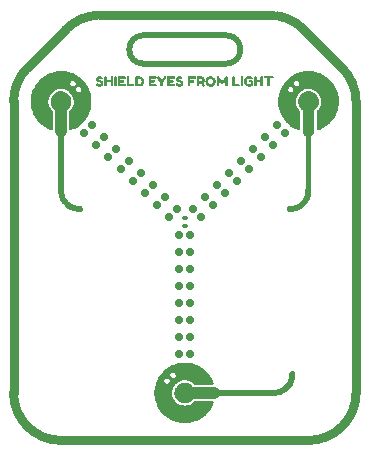
<source format=gbr>
%TF.GenerationSoftware,KiCad,Pcbnew,(6.0.7-1)-1*%
%TF.CreationDate,2022-09-29T17:50:23+03:00*%
%TF.ProjectId,Flux_Capacitor_Micro,466c7578-5f43-4617-9061-6369746f725f,3.0A*%
%TF.SameCoordinates,PX86594f8PY6db8610*%
%TF.FileFunction,Soldermask,Top*%
%TF.FilePolarity,Negative*%
%FSLAX46Y46*%
G04 Gerber Fmt 4.6, Leading zero omitted, Abs format (unit mm)*
G04 Created by KiCad (PCBNEW (6.0.7-1)-1) date 2022-09-29 17:50:23*
%MOMM*%
%LPD*%
G01*
G04 APERTURE LIST*
G04 Aperture macros list*
%AMRoundRect*
0 Rectangle with rounded corners*
0 $1 Rounding radius*
0 $2 $3 $4 $5 $6 $7 $8 $9 X,Y pos of 4 corners*
0 Add a 4 corners polygon primitive as box body*
4,1,4,$2,$3,$4,$5,$6,$7,$8,$9,$2,$3,0*
0 Add four circle primitives for the rounded corners*
1,1,$1+$1,$2,$3*
1,1,$1+$1,$4,$5*
1,1,$1+$1,$6,$7*
1,1,$1+$1,$8,$9*
0 Add four rect primitives between the rounded corners*
20,1,$1+$1,$2,$3,$4,$5,0*
20,1,$1+$1,$4,$5,$6,$7,0*
20,1,$1+$1,$6,$7,$8,$9,0*
20,1,$1+$1,$8,$9,$2,$3,0*%
G04 Aperture macros list end*
%ADD10C,0.800000*%
%ADD11C,0.500000*%
%ADD12RoundRect,0.150000X-0.212132X0.000000X0.000000X-0.212132X0.212132X0.000000X0.000000X0.212132X0*%
%ADD13RoundRect,0.150000X0.000000X-0.212132X0.212132X0.000000X0.000000X0.212132X-0.212132X0.000000X0*%
%ADD14RoundRect,0.150000X-0.150000X-0.150000X0.150000X-0.150000X0.150000X0.150000X-0.150000X0.150000X0*%
%ADD15RoundRect,0.085000X0.165000X-0.085000X0.165000X0.085000X-0.165000X0.085000X-0.165000X-0.085000X0*%
G04 APERTURE END LIST*
D10*
X29000000Y28700000D02*
G75*
G03*
X27821105Y31546105I-4025000J0D01*
G01*
D11*
X18000000Y31900000D02*
G75*
G03*
X18000000Y34300000I0J1200000D01*
G01*
D10*
X24546105Y34821105D02*
G75*
G03*
X21700000Y36000000I-2846105J-2846105D01*
G01*
X27821105Y31546105D02*
X24546105Y34821105D01*
X29000000Y28700000D02*
X29000000Y4025000D01*
D11*
X11000000Y31900000D02*
X18000000Y31900000D01*
D10*
X0Y4025000D02*
X0Y28700000D01*
D11*
X11000000Y34300000D02*
X18000000Y34300000D01*
D10*
X0Y4025000D02*
G75*
G03*
X4025000Y0I4025000J0D01*
G01*
X7300000Y36000000D02*
X21700000Y36000000D01*
X24975000Y0D02*
G75*
G03*
X29000000Y4025000I0J4025000D01*
G01*
X7300000Y36000000D02*
G75*
G03*
X4453895Y34821105I0J-4025000D01*
G01*
D11*
X11000000Y34300000D02*
G75*
G03*
X11000000Y31900000I0J-1200000D01*
G01*
D10*
X1178895Y31546105D02*
G75*
G03*
X0Y28700000I2846105J-2846105D01*
G01*
X4453895Y34821105D02*
X1178895Y31546105D01*
X24975000Y0D02*
X4025000Y0D01*
G36*
X13147162Y6213724D02*
G01*
X13284167Y6292760D01*
X13425743Y6363255D01*
X13506427Y6397394D01*
X13571411Y6424890D01*
X13720692Y6477351D01*
X13873107Y6520319D01*
X13918323Y6531221D01*
X14017513Y6552696D01*
X14112463Y6569473D01*
X14205962Y6581889D01*
X14300798Y6590276D01*
X14399760Y6594972D01*
X14505635Y6596310D01*
X14598945Y6594940D01*
X14689679Y6590815D01*
X14776234Y6583639D01*
X14861512Y6573112D01*
X14948419Y6558931D01*
X15039857Y6540794D01*
X15126316Y6520750D01*
X15279265Y6477359D01*
X15428406Y6424839D01*
X15573388Y6363500D01*
X15713857Y6293649D01*
X15849459Y6215594D01*
X15979841Y6129643D01*
X16104650Y6036103D01*
X16223533Y5935284D01*
X16336136Y5827492D01*
X16442105Y5713035D01*
X16541088Y5592222D01*
X16632731Y5465360D01*
X16716680Y5332757D01*
X16792583Y5194721D01*
X16860086Y5051560D01*
X16918835Y4903581D01*
X16924070Y4889081D01*
X16933040Y4864239D01*
X16940559Y4843418D01*
X16945961Y4828465D01*
X16948579Y4821225D01*
X16950731Y4812497D01*
X16949842Y4790588D01*
X16942105Y4768121D01*
X16928859Y4748247D01*
X16911449Y4734113D01*
X16909952Y4733357D01*
X16906971Y4732167D01*
X16903028Y4731090D01*
X16897638Y4730122D01*
X16890316Y4729257D01*
X16880579Y4728488D01*
X16867943Y4727811D01*
X16851923Y4727219D01*
X16832036Y4726706D01*
X16807796Y4726268D01*
X16778721Y4725898D01*
X16744324Y4725590D01*
X16704124Y4725339D01*
X16657635Y4725139D01*
X16604373Y4724984D01*
X16543854Y4724869D01*
X16475593Y4724788D01*
X16399108Y4724734D01*
X16313913Y4724703D01*
X16219524Y4724689D01*
X16115457Y4724686D01*
X16017796Y4724706D01*
X15906851Y4724788D01*
X15805886Y4724933D01*
X15714801Y4725142D01*
X15633494Y4725416D01*
X15561866Y4725755D01*
X15499816Y4726160D01*
X15447244Y4726631D01*
X15404049Y4727170D01*
X15370131Y4727777D01*
X15345390Y4728452D01*
X15329725Y4729197D01*
X15323036Y4730011D01*
X15318992Y4732262D01*
X15307207Y4741066D01*
X15290754Y4754910D01*
X15271230Y4772427D01*
X15250230Y4792253D01*
X15227358Y4813935D01*
X15165899Y4867283D01*
X15103920Y4913437D01*
X15038823Y4954231D01*
X14968008Y4991501D01*
X14891269Y5025239D01*
X14797167Y5057289D01*
X14700907Y5079879D01*
X14601513Y5093228D01*
X14498014Y5097557D01*
X14455322Y5096847D01*
X14365598Y5090408D01*
X14280297Y5076905D01*
X14197049Y5055904D01*
X14113482Y5026970D01*
X14017108Y4984042D01*
X13926538Y4933021D01*
X13842330Y4874394D01*
X13764797Y4808551D01*
X13694251Y4735885D01*
X13631004Y4656785D01*
X13575369Y4571643D01*
X13527660Y4480850D01*
X13488188Y4384797D01*
X13457266Y4283876D01*
X13435206Y4178476D01*
X13432585Y4156807D01*
X13430374Y4124277D01*
X13429016Y4085857D01*
X13428495Y4043812D01*
X13428792Y4000412D01*
X13429888Y3957922D01*
X13431765Y3918610D01*
X13434405Y3884744D01*
X13437790Y3858590D01*
X13450623Y3793974D01*
X13473074Y3709413D01*
X13501718Y3628608D01*
X13537564Y3548430D01*
X13577686Y3474439D01*
X13633783Y3389724D01*
X13697238Y3311342D01*
X13767457Y3239660D01*
X13843849Y3175046D01*
X13925820Y3117865D01*
X14012778Y3068486D01*
X14104130Y3027275D01*
X14199283Y2994599D01*
X14297645Y2970825D01*
X14398623Y2956321D01*
X14501624Y2951453D01*
X14509944Y2951491D01*
X14613070Y2957406D01*
X14714853Y2973243D01*
X14814618Y2998797D01*
X14911687Y3033860D01*
X15005384Y3078230D01*
X15095033Y3131698D01*
X15100311Y3135237D01*
X15128707Y3155359D01*
X15159128Y3178435D01*
X15189841Y3203013D01*
X15219113Y3227643D01*
X15245210Y3250874D01*
X15266398Y3271253D01*
X15280943Y3287329D01*
X15286689Y3293864D01*
X15302554Y3307944D01*
X15318294Y3317814D01*
X15319424Y3318309D01*
X15322717Y3319523D01*
X15326885Y3320621D01*
X15332416Y3321609D01*
X15339799Y3322494D01*
X15349523Y3323280D01*
X15362077Y3323974D01*
X15377950Y3324581D01*
X15397630Y3325108D01*
X15421606Y3325560D01*
X15450367Y3325943D01*
X15484402Y3326262D01*
X15524200Y3326525D01*
X15570249Y3326736D01*
X15623039Y3326902D01*
X15683057Y3327028D01*
X15750794Y3327120D01*
X15826737Y3327184D01*
X15911376Y3327226D01*
X16005199Y3327251D01*
X16108696Y3327266D01*
X16146335Y3327267D01*
X16262329Y3327223D01*
X16368803Y3327109D01*
X16465699Y3326924D01*
X16552958Y3326670D01*
X16630522Y3326347D01*
X16698333Y3325955D01*
X16756331Y3325494D01*
X16804460Y3324964D01*
X16842660Y3324367D01*
X16870873Y3323703D01*
X16889041Y3322972D01*
X16897106Y3322173D01*
X16908249Y3317547D01*
X16926834Y3303447D01*
X16941732Y3284567D01*
X16949865Y3264287D01*
X16950214Y3255694D01*
X16947174Y3235425D01*
X16940091Y3207786D01*
X16929357Y3173783D01*
X16915368Y3134423D01*
X16898514Y3090715D01*
X16879191Y3043663D01*
X16857789Y2994276D01*
X16834704Y2943560D01*
X16810328Y2892522D01*
X16785054Y2842169D01*
X16772671Y2818441D01*
X16693800Y2679950D01*
X16606894Y2547389D01*
X16512322Y2421026D01*
X16410455Y2301130D01*
X16301666Y2187971D01*
X16186325Y2081817D01*
X16064803Y1982938D01*
X15937471Y1891603D01*
X15804701Y1808081D01*
X15666864Y1732641D01*
X15524330Y1665552D01*
X15377471Y1607083D01*
X15226659Y1557504D01*
X15072264Y1517083D01*
X14914657Y1486089D01*
X14893737Y1482687D01*
X14844014Y1475051D01*
X14798709Y1468931D01*
X14755741Y1464169D01*
X14713028Y1460611D01*
X14668489Y1458101D01*
X14620041Y1456482D01*
X14565604Y1455600D01*
X14503095Y1455298D01*
X14459845Y1455342D01*
X14411095Y1455692D01*
X14369626Y1456425D01*
X14333809Y1457599D01*
X14302012Y1459271D01*
X14272607Y1461496D01*
X14243963Y1464333D01*
X14087596Y1485718D01*
X13932108Y1516019D01*
X13780968Y1555008D01*
X13633345Y1602929D01*
X13488407Y1660024D01*
X13345322Y1726536D01*
X13250801Y1776328D01*
X13113107Y1858257D01*
X12981400Y1948159D01*
X12855978Y2045693D01*
X12737137Y2150517D01*
X12625172Y2262289D01*
X12520380Y2380668D01*
X12423058Y2505312D01*
X12333501Y2635879D01*
X12252007Y2772028D01*
X12178870Y2913415D01*
X12114388Y3059701D01*
X12058856Y3210543D01*
X12052706Y3229198D01*
X12025302Y3317930D01*
X12001765Y3404867D01*
X11981584Y3492384D01*
X11964249Y3582856D01*
X11949250Y3678655D01*
X11936077Y3782157D01*
X11935742Y3785228D01*
X11933829Y3810156D01*
X11932269Y3843328D01*
X11931062Y3883089D01*
X11930209Y3927789D01*
X11929710Y3975774D01*
X11929564Y4025391D01*
X11929771Y4074990D01*
X11930331Y4122916D01*
X11931245Y4167518D01*
X11932511Y4207143D01*
X11934131Y4240139D01*
X11936103Y4264854D01*
X11956063Y4415709D01*
X11986183Y4576290D01*
X12025005Y4731852D01*
X12072650Y4882705D01*
X12129239Y5029161D01*
X12137380Y5046814D01*
X12767146Y5046814D01*
X12767449Y5005147D01*
X12775282Y4964327D01*
X12790290Y4925467D01*
X12812119Y4889679D01*
X12840412Y4858076D01*
X12874815Y4831769D01*
X12914973Y4811871D01*
X12960531Y4799494D01*
X12965185Y4798752D01*
X13010071Y4797010D01*
X13054021Y4804494D01*
X13095657Y4820374D01*
X13133605Y4843818D01*
X13166487Y4873993D01*
X13192927Y4910069D01*
X13211549Y4951212D01*
X13216903Y4969786D01*
X13223907Y5017600D01*
X13221198Y5064245D01*
X13208999Y5108752D01*
X13187535Y5150148D01*
X13157031Y5187463D01*
X13129779Y5210865D01*
X13090090Y5234200D01*
X13047544Y5248719D01*
X13003406Y5254418D01*
X12958940Y5251290D01*
X12915410Y5239330D01*
X12874079Y5218532D01*
X12836213Y5188890D01*
X12814969Y5165783D01*
X12790551Y5128245D01*
X12774728Y5088218D01*
X12767146Y5046814D01*
X12137380Y5046814D01*
X12194895Y5171532D01*
X12269737Y5310128D01*
X12353888Y5445261D01*
X12424433Y5544754D01*
X13270166Y5544754D01*
X13270469Y5503086D01*
X13278303Y5462266D01*
X13293311Y5423407D01*
X13315139Y5387619D01*
X13343432Y5356016D01*
X13377836Y5329709D01*
X13417994Y5309811D01*
X13463552Y5297434D01*
X13468205Y5296692D01*
X13513092Y5294949D01*
X13557041Y5302434D01*
X13598678Y5318314D01*
X13636625Y5341757D01*
X13669507Y5371933D01*
X13695948Y5408008D01*
X13714570Y5449152D01*
X13719924Y5467726D01*
X13726928Y5515539D01*
X13724218Y5562185D01*
X13712020Y5606691D01*
X13690556Y5648088D01*
X13660051Y5685403D01*
X13632800Y5708805D01*
X13593110Y5732139D01*
X13550565Y5746659D01*
X13506427Y5752357D01*
X13461961Y5749229D01*
X13418431Y5737269D01*
X13377100Y5716471D01*
X13339233Y5686830D01*
X13317989Y5663722D01*
X13293571Y5626184D01*
X13277749Y5586157D01*
X13270166Y5544754D01*
X12424433Y5544754D01*
X12447469Y5577243D01*
X12447941Y5577870D01*
X12547464Y5701504D01*
X12654431Y5818498D01*
X12768363Y5928533D01*
X12888781Y6031294D01*
X13003406Y6117580D01*
X13015207Y6126463D01*
X13147162Y6213724D01*
G37*
G36*
X23635819Y5872149D02*
G01*
X23663815Y5867489D01*
X23690892Y5858435D01*
X23721397Y5843913D01*
X23735441Y5835841D01*
X23771728Y5807679D01*
X23803028Y5772539D01*
X23827705Y5732476D01*
X23844124Y5689547D01*
X23847731Y5671675D01*
X23850967Y5638725D01*
X23852054Y5598278D01*
X23851098Y5551740D01*
X23848208Y5500519D01*
X23843491Y5446022D01*
X23837055Y5389656D01*
X23829007Y5332828D01*
X23819454Y5276945D01*
X23808504Y5223415D01*
X23803913Y5203342D01*
X23777035Y5100893D01*
X23745136Y5003193D01*
X23707017Y4906863D01*
X23661481Y4808522D01*
X23621946Y4732085D01*
X23569932Y4642184D01*
X23514424Y4558250D01*
X23453853Y4478095D01*
X23386649Y4399529D01*
X23311242Y4320366D01*
X23286139Y4295551D01*
X23222289Y4235829D01*
X23159087Y4182026D01*
X23093739Y4131838D01*
X23023447Y4082956D01*
X22952136Y4037701D01*
X22842964Y3976655D01*
X22730900Y3923906D01*
X22614950Y3879083D01*
X22494122Y3841817D01*
X22367423Y3811737D01*
X22233861Y3788474D01*
X22157646Y3777385D01*
X17435126Y3774397D01*
X17413775Y3742710D01*
X17413685Y3742577D01*
X17393663Y3716262D01*
X17368010Y3687424D01*
X17339495Y3658838D01*
X17310886Y3633282D01*
X17284951Y3613530D01*
X17270332Y3603938D01*
X17237364Y3584458D01*
X17203829Y3568133D01*
X17166552Y3553514D01*
X17122359Y3539145D01*
X17086791Y3528392D01*
X16153531Y3526887D01*
X15220271Y3525381D01*
X15184790Y3480889D01*
X15152326Y3442504D01*
X15086904Y3376867D01*
X15015379Y3318790D01*
X14938509Y3268640D01*
X14857054Y3226785D01*
X14771772Y3193591D01*
X14683422Y3169426D01*
X14592763Y3154658D01*
X14500554Y3149654D01*
X14411311Y3154296D01*
X14319610Y3168848D01*
X14229888Y3193084D01*
X14142860Y3226766D01*
X14059242Y3269658D01*
X13979750Y3321524D01*
X13954716Y3341266D01*
X13925578Y3366642D01*
X13894852Y3395257D01*
X13864963Y3424787D01*
X13838332Y3452908D01*
X13817382Y3477296D01*
X13768949Y3544221D01*
X13722417Y3623860D01*
X13684937Y3706611D01*
X13656482Y3791782D01*
X13637026Y3878678D01*
X13626541Y3966607D01*
X13625000Y4054875D01*
X13632375Y4142789D01*
X13648640Y4229656D01*
X13673767Y4314781D01*
X13707729Y4397472D01*
X13750499Y4477036D01*
X13802050Y4552779D01*
X13862354Y4624007D01*
X13918955Y4679044D01*
X13991445Y4736948D01*
X14068883Y4786429D01*
X14150576Y4827273D01*
X14235825Y4859266D01*
X14323937Y4882194D01*
X14414215Y4895844D01*
X14505965Y4900000D01*
X14598489Y4894450D01*
X14691092Y4878979D01*
X14755242Y4862036D01*
X14840346Y4830962D01*
X14921951Y4791250D01*
X14999031Y4743555D01*
X15070559Y4688531D01*
X15135510Y4626831D01*
X15192858Y4559109D01*
X15216977Y4527143D01*
X17076629Y4523917D01*
X17119818Y4512024D01*
X17129385Y4509253D01*
X17171642Y4494337D01*
X17215369Y4475202D01*
X17256712Y4453651D01*
X17291818Y4431490D01*
X17301325Y4424467D01*
X17332792Y4398102D01*
X17363718Y4367995D01*
X17391304Y4337004D01*
X17412751Y4307989D01*
X17432301Y4277645D01*
X19761978Y4277601D01*
X19923420Y4277595D01*
X20100592Y4277586D01*
X20268131Y4277576D01*
X20426318Y4277569D01*
X20575438Y4277568D01*
X20715772Y4277575D01*
X20847604Y4277595D01*
X20971217Y4277629D01*
X21086895Y4277682D01*
X21194919Y4277756D01*
X21295572Y4277854D01*
X21389139Y4277980D01*
X21475902Y4278137D01*
X21556143Y4278328D01*
X21630147Y4278555D01*
X21698195Y4278823D01*
X21760571Y4279133D01*
X21817557Y4279490D01*
X21869438Y4279897D01*
X21916495Y4280356D01*
X21959012Y4280870D01*
X21997271Y4281444D01*
X22031556Y4282079D01*
X22062150Y4282779D01*
X22089336Y4283547D01*
X22113396Y4284387D01*
X22134613Y4285301D01*
X22153272Y4286293D01*
X22169654Y4287365D01*
X22184042Y4288521D01*
X22196720Y4289763D01*
X22207970Y4291096D01*
X22218076Y4292522D01*
X22227321Y4294044D01*
X22235987Y4295665D01*
X22244357Y4297389D01*
X22252715Y4299219D01*
X22261343Y4301157D01*
X22270524Y4303207D01*
X22280542Y4305371D01*
X22345062Y4320651D01*
X22455659Y4354846D01*
X22562165Y4398054D01*
X22664096Y4449901D01*
X22760968Y4510013D01*
X22852298Y4578016D01*
X22937602Y4653536D01*
X23016396Y4736199D01*
X23088197Y4825630D01*
X23152520Y4921456D01*
X23208882Y5023303D01*
X23236174Y5080953D01*
X23273730Y5173825D01*
X23303307Y5267359D01*
X23325386Y5363430D01*
X23340445Y5463911D01*
X23348965Y5570675D01*
X23349920Y5588785D01*
X23352903Y5630642D01*
X23356825Y5664697D01*
X23362056Y5692661D01*
X23368967Y5716243D01*
X23377926Y5737152D01*
X23389304Y5757096D01*
X23391609Y5760668D01*
X23423295Y5800166D01*
X23460904Y5831612D01*
X23503680Y5854591D01*
X23550867Y5868688D01*
X23601708Y5873490D01*
X23602557Y5873490D01*
X23635819Y5872149D01*
G37*
G36*
X6477351Y29479308D02*
G01*
X6520319Y29326893D01*
X6531221Y29281677D01*
X6552696Y29182487D01*
X6569473Y29087537D01*
X6581889Y28994038D01*
X6590276Y28899202D01*
X6594972Y28800240D01*
X6596310Y28694365D01*
X6594940Y28601055D01*
X6590815Y28510321D01*
X6583639Y28423766D01*
X6573112Y28338488D01*
X6558931Y28251581D01*
X6540794Y28160143D01*
X6520750Y28073684D01*
X6477359Y27920735D01*
X6424839Y27771594D01*
X6363500Y27626612D01*
X6293649Y27486143D01*
X6215594Y27350541D01*
X6129643Y27220159D01*
X6036103Y27095350D01*
X5935284Y26976467D01*
X5827492Y26863864D01*
X5713035Y26757895D01*
X5592222Y26658912D01*
X5465360Y26567269D01*
X5332757Y26483320D01*
X5194721Y26407417D01*
X5051560Y26339914D01*
X4903581Y26281165D01*
X4889081Y26275930D01*
X4864239Y26266960D01*
X4843418Y26259441D01*
X4828465Y26254039D01*
X4821225Y26251421D01*
X4812497Y26249269D01*
X4790588Y26250158D01*
X4768121Y26257895D01*
X4748247Y26271141D01*
X4734113Y26288551D01*
X4733357Y26290048D01*
X4732167Y26293029D01*
X4731090Y26296972D01*
X4730122Y26302362D01*
X4729257Y26309684D01*
X4728488Y26319421D01*
X4727811Y26332057D01*
X4727219Y26348077D01*
X4726706Y26367964D01*
X4726268Y26392204D01*
X4725898Y26421279D01*
X4725590Y26455676D01*
X4725339Y26495876D01*
X4725139Y26542365D01*
X4724984Y26595627D01*
X4724869Y26656146D01*
X4724788Y26724407D01*
X4724734Y26800892D01*
X4724703Y26886087D01*
X4724689Y26980476D01*
X4724686Y27084543D01*
X4724706Y27182204D01*
X4724788Y27293149D01*
X4724933Y27394114D01*
X4725142Y27485199D01*
X4725416Y27566506D01*
X4725755Y27638134D01*
X4726160Y27700184D01*
X4726631Y27752756D01*
X4727170Y27795951D01*
X4727777Y27829869D01*
X4728452Y27854610D01*
X4729197Y27870275D01*
X4730011Y27876964D01*
X4732262Y27881008D01*
X4741066Y27892793D01*
X4754910Y27909246D01*
X4772427Y27928770D01*
X4792253Y27949770D01*
X4813935Y27972642D01*
X4867283Y28034101D01*
X4913437Y28096080D01*
X4954231Y28161177D01*
X4991501Y28231992D01*
X5025239Y28308731D01*
X5057289Y28402833D01*
X5079879Y28499093D01*
X5093228Y28598487D01*
X5097557Y28701986D01*
X5096847Y28744678D01*
X5090408Y28834402D01*
X5076905Y28919703D01*
X5055904Y29002951D01*
X5026970Y29086518D01*
X4984042Y29182892D01*
X4933021Y29273462D01*
X4874394Y29357670D01*
X4808551Y29435203D01*
X4735885Y29505749D01*
X4656785Y29568996D01*
X4571643Y29624631D01*
X4480850Y29672340D01*
X4445400Y29686908D01*
X5294949Y29686908D01*
X5302434Y29642959D01*
X5318314Y29601322D01*
X5341757Y29563375D01*
X5371933Y29530493D01*
X5408008Y29504052D01*
X5449152Y29485430D01*
X5467726Y29480076D01*
X5515539Y29473072D01*
X5562185Y29475782D01*
X5606691Y29487980D01*
X5648088Y29509444D01*
X5685403Y29539949D01*
X5708805Y29567200D01*
X5732139Y29606890D01*
X5746659Y29649435D01*
X5752357Y29693573D01*
X5749229Y29738039D01*
X5737269Y29781569D01*
X5716471Y29822900D01*
X5686830Y29860767D01*
X5663722Y29882011D01*
X5626184Y29906429D01*
X5586157Y29922251D01*
X5544754Y29929834D01*
X5503086Y29929531D01*
X5462266Y29921697D01*
X5423407Y29906689D01*
X5387619Y29884861D01*
X5356016Y29856568D01*
X5329709Y29822164D01*
X5309811Y29782006D01*
X5297434Y29736448D01*
X5296692Y29731795D01*
X5294949Y29686908D01*
X4445400Y29686908D01*
X4384797Y29711812D01*
X4283876Y29742734D01*
X4178476Y29764794D01*
X4156807Y29767415D01*
X4124277Y29769626D01*
X4085857Y29770984D01*
X4043812Y29771505D01*
X4000412Y29771208D01*
X3957922Y29770112D01*
X3918610Y29768235D01*
X3884744Y29765595D01*
X3858590Y29762210D01*
X3793974Y29749377D01*
X3709413Y29726926D01*
X3628608Y29698282D01*
X3548430Y29662436D01*
X3474439Y29622314D01*
X3389724Y29566217D01*
X3311342Y29502762D01*
X3239660Y29432543D01*
X3175046Y29356151D01*
X3117865Y29274180D01*
X3068486Y29187222D01*
X3027275Y29095870D01*
X2994599Y29000717D01*
X2970825Y28902355D01*
X2956321Y28801377D01*
X2951453Y28698376D01*
X2951491Y28690056D01*
X2957406Y28586930D01*
X2973243Y28485147D01*
X2998797Y28385382D01*
X3033860Y28288313D01*
X3078230Y28194616D01*
X3131698Y28104967D01*
X3135237Y28099689D01*
X3155359Y28071293D01*
X3178435Y28040872D01*
X3203013Y28010159D01*
X3227643Y27980887D01*
X3250874Y27954790D01*
X3271253Y27933602D01*
X3287329Y27919057D01*
X3293864Y27913311D01*
X3307944Y27897446D01*
X3317814Y27881706D01*
X3318309Y27880576D01*
X3319523Y27877283D01*
X3320621Y27873115D01*
X3321609Y27867584D01*
X3322494Y27860201D01*
X3323280Y27850477D01*
X3323974Y27837923D01*
X3324581Y27822050D01*
X3325108Y27802370D01*
X3325560Y27778394D01*
X3325943Y27749633D01*
X3326262Y27715598D01*
X3326525Y27675800D01*
X3326736Y27629751D01*
X3326902Y27576961D01*
X3327028Y27516943D01*
X3327120Y27449206D01*
X3327184Y27373263D01*
X3327226Y27288624D01*
X3327251Y27194801D01*
X3327266Y27091304D01*
X3327267Y27053665D01*
X3327223Y26937671D01*
X3327109Y26831197D01*
X3326924Y26734301D01*
X3326670Y26647042D01*
X3326347Y26569478D01*
X3325955Y26501667D01*
X3325494Y26443669D01*
X3324964Y26395540D01*
X3324367Y26357340D01*
X3323703Y26329127D01*
X3322972Y26310959D01*
X3322173Y26302894D01*
X3317547Y26291751D01*
X3303447Y26273166D01*
X3284567Y26258268D01*
X3264287Y26250135D01*
X3255694Y26249786D01*
X3235425Y26252826D01*
X3207786Y26259909D01*
X3173783Y26270643D01*
X3134423Y26284632D01*
X3090715Y26301486D01*
X3043663Y26320809D01*
X2994276Y26342211D01*
X2943560Y26365296D01*
X2892522Y26389672D01*
X2842169Y26414946D01*
X2818441Y26427329D01*
X2679950Y26506200D01*
X2547389Y26593106D01*
X2421026Y26687678D01*
X2301130Y26789545D01*
X2187971Y26898334D01*
X2081817Y27013675D01*
X1982938Y27135197D01*
X1891603Y27262529D01*
X1808081Y27395299D01*
X1732641Y27533136D01*
X1665552Y27675670D01*
X1607083Y27822529D01*
X1557504Y27973341D01*
X1517083Y28127736D01*
X1486089Y28285343D01*
X1482687Y28306263D01*
X1475051Y28355986D01*
X1468931Y28401291D01*
X1464169Y28444259D01*
X1460611Y28486972D01*
X1458101Y28531511D01*
X1456482Y28579959D01*
X1455600Y28634396D01*
X1455298Y28696905D01*
X1455342Y28740155D01*
X1455692Y28788905D01*
X1456425Y28830374D01*
X1457599Y28866191D01*
X1459271Y28897988D01*
X1461496Y28927393D01*
X1464333Y28956037D01*
X1485718Y29112404D01*
X1516019Y29267892D01*
X1555008Y29419032D01*
X1602929Y29566655D01*
X1660024Y29711593D01*
X1726536Y29854678D01*
X1776328Y29949199D01*
X1858257Y30086893D01*
X1928588Y30189929D01*
X4797010Y30189929D01*
X4804494Y30145979D01*
X4820374Y30104343D01*
X4843818Y30066395D01*
X4873993Y30033513D01*
X4910069Y30007073D01*
X4951212Y29988451D01*
X4969786Y29983097D01*
X5017600Y29976093D01*
X5064245Y29978802D01*
X5108752Y29991001D01*
X5150148Y30012465D01*
X5187463Y30042969D01*
X5210865Y30070221D01*
X5234200Y30109910D01*
X5248719Y30152456D01*
X5254418Y30196594D01*
X5251290Y30241060D01*
X5239330Y30284590D01*
X5218532Y30325921D01*
X5188890Y30363787D01*
X5165783Y30385031D01*
X5128245Y30409449D01*
X5088218Y30425272D01*
X5046814Y30432854D01*
X5005147Y30432551D01*
X4964327Y30424718D01*
X4925467Y30409710D01*
X4889679Y30387881D01*
X4858076Y30359588D01*
X4831769Y30325185D01*
X4811871Y30285027D01*
X4799494Y30239469D01*
X4798752Y30234815D01*
X4797010Y30189929D01*
X1928588Y30189929D01*
X1948159Y30218600D01*
X2045693Y30344022D01*
X2150517Y30462863D01*
X2262289Y30574828D01*
X2380668Y30679620D01*
X2505312Y30776942D01*
X2635879Y30866499D01*
X2772028Y30947993D01*
X2913415Y31021130D01*
X3059701Y31085612D01*
X3210543Y31141144D01*
X3229198Y31147294D01*
X3317930Y31174698D01*
X3404867Y31198235D01*
X3492384Y31218416D01*
X3582856Y31235751D01*
X3678655Y31250750D01*
X3782157Y31263923D01*
X3785228Y31264258D01*
X3810156Y31266171D01*
X3843328Y31267731D01*
X3883089Y31268938D01*
X3927789Y31269791D01*
X3975774Y31270290D01*
X4025391Y31270436D01*
X4074990Y31270229D01*
X4122916Y31269669D01*
X4167518Y31268755D01*
X4207143Y31267489D01*
X4240139Y31265869D01*
X4264854Y31263897D01*
X4415709Y31243937D01*
X4576290Y31213817D01*
X4731852Y31174995D01*
X4882705Y31127350D01*
X5029161Y31070761D01*
X5171532Y31005105D01*
X5310128Y30930263D01*
X5445261Y30846112D01*
X5577243Y30752531D01*
X5577870Y30752059D01*
X5701504Y30652536D01*
X5818498Y30545569D01*
X5928533Y30431637D01*
X6031294Y30311219D01*
X6117580Y30196594D01*
X6126463Y30184793D01*
X6213724Y30052838D01*
X6292760Y29915833D01*
X6363255Y29774257D01*
X6397394Y29693573D01*
X6424890Y29628589D01*
X6477351Y29479308D01*
G37*
G36*
X4142789Y29567625D02*
G01*
X4229656Y29551360D01*
X4314781Y29526233D01*
X4397472Y29492271D01*
X4477036Y29449501D01*
X4552779Y29397950D01*
X4624007Y29337646D01*
X4679044Y29281045D01*
X4736948Y29208555D01*
X4786429Y29131117D01*
X4827273Y29049424D01*
X4859266Y28964175D01*
X4882194Y28876063D01*
X4895844Y28785785D01*
X4900000Y28694035D01*
X4894450Y28601511D01*
X4878979Y28508908D01*
X4862036Y28444758D01*
X4830962Y28359654D01*
X4791250Y28278049D01*
X4743555Y28200969D01*
X4688531Y28129441D01*
X4626831Y28064490D01*
X4559109Y28007142D01*
X4527143Y27983023D01*
X4523917Y26123371D01*
X4512024Y26080182D01*
X4509253Y26070615D01*
X4494337Y26028358D01*
X4475202Y25984631D01*
X4453651Y25943288D01*
X4431490Y25908182D01*
X4424467Y25898675D01*
X4398102Y25867208D01*
X4367995Y25836282D01*
X4337004Y25808696D01*
X4307989Y25787249D01*
X4277645Y25767699D01*
X4277601Y23438022D01*
X4277595Y23276580D01*
X4277586Y23099408D01*
X4277576Y22931869D01*
X4277569Y22773682D01*
X4277568Y22624562D01*
X4277575Y22484228D01*
X4277595Y22352396D01*
X4277629Y22228783D01*
X4277682Y22113105D01*
X4277756Y22005081D01*
X4277854Y21904428D01*
X4277980Y21810861D01*
X4278137Y21724098D01*
X4278328Y21643857D01*
X4278555Y21569853D01*
X4278823Y21501805D01*
X4279133Y21439429D01*
X4279490Y21382443D01*
X4279897Y21330562D01*
X4280356Y21283505D01*
X4280870Y21240988D01*
X4281444Y21202729D01*
X4282079Y21168444D01*
X4282779Y21137850D01*
X4283547Y21110664D01*
X4284387Y21086604D01*
X4285301Y21065387D01*
X4286293Y21046728D01*
X4287365Y21030346D01*
X4288521Y21015958D01*
X4289763Y21003280D01*
X4291096Y20992030D01*
X4292522Y20981924D01*
X4294044Y20972679D01*
X4295665Y20964013D01*
X4297389Y20955643D01*
X4299219Y20947285D01*
X4301157Y20938657D01*
X4303207Y20929476D01*
X4305371Y20919458D01*
X4320651Y20854938D01*
X4354846Y20744341D01*
X4398054Y20637835D01*
X4449901Y20535904D01*
X4510013Y20439032D01*
X4578016Y20347702D01*
X4653536Y20262398D01*
X4736199Y20183604D01*
X4825630Y20111803D01*
X4921456Y20047480D01*
X5023303Y19991118D01*
X5080953Y19963826D01*
X5173825Y19926270D01*
X5267359Y19896693D01*
X5363430Y19874614D01*
X5463911Y19859555D01*
X5570675Y19851035D01*
X5588785Y19850080D01*
X5630642Y19847097D01*
X5664697Y19843175D01*
X5692661Y19837944D01*
X5716243Y19831033D01*
X5737152Y19822074D01*
X5757096Y19810696D01*
X5760668Y19808391D01*
X5800166Y19776705D01*
X5831612Y19739096D01*
X5854591Y19696320D01*
X5868688Y19649133D01*
X5873490Y19598292D01*
X5873490Y19597443D01*
X5872149Y19564181D01*
X5867489Y19536185D01*
X5858435Y19509108D01*
X5843913Y19478603D01*
X5835841Y19464559D01*
X5807679Y19428272D01*
X5772539Y19396972D01*
X5732476Y19372295D01*
X5689547Y19355876D01*
X5671675Y19352269D01*
X5638725Y19349033D01*
X5598278Y19347946D01*
X5551740Y19348902D01*
X5500519Y19351792D01*
X5446022Y19356509D01*
X5389656Y19362945D01*
X5332828Y19370993D01*
X5276945Y19380546D01*
X5223415Y19391496D01*
X5203342Y19396087D01*
X5100893Y19422965D01*
X5003193Y19454864D01*
X4906863Y19492983D01*
X4808522Y19538519D01*
X4732085Y19578054D01*
X4642184Y19630068D01*
X4558250Y19685576D01*
X4478095Y19746147D01*
X4399529Y19813351D01*
X4320366Y19888758D01*
X4295551Y19913861D01*
X4235829Y19977711D01*
X4182026Y20040913D01*
X4131838Y20106261D01*
X4082956Y20176553D01*
X4037701Y20247864D01*
X3976655Y20357036D01*
X3923906Y20469100D01*
X3879083Y20585050D01*
X3841817Y20705878D01*
X3811737Y20832577D01*
X3788474Y20966139D01*
X3777385Y21042354D01*
X3774397Y25764874D01*
X3742710Y25786225D01*
X3742577Y25786315D01*
X3716262Y25806337D01*
X3687424Y25831990D01*
X3658838Y25860505D01*
X3633282Y25889114D01*
X3613530Y25915049D01*
X3603938Y25929668D01*
X3584458Y25962636D01*
X3568133Y25996171D01*
X3553514Y26033448D01*
X3539145Y26077641D01*
X3528392Y26113209D01*
X3526887Y27046469D01*
X3525381Y27979729D01*
X3480889Y28015210D01*
X3442504Y28047674D01*
X3376867Y28113096D01*
X3318790Y28184621D01*
X3268640Y28261491D01*
X3226785Y28342946D01*
X3193591Y28428228D01*
X3169426Y28516578D01*
X3154658Y28607237D01*
X3149654Y28699446D01*
X3154296Y28788689D01*
X3168848Y28880390D01*
X3193084Y28970112D01*
X3226766Y29057140D01*
X3269658Y29140758D01*
X3321524Y29220250D01*
X3341266Y29245284D01*
X3366642Y29274422D01*
X3395257Y29305148D01*
X3424787Y29335037D01*
X3452908Y29361668D01*
X3477296Y29382618D01*
X3544221Y29431051D01*
X3623860Y29477583D01*
X3706611Y29515063D01*
X3791782Y29543518D01*
X3878678Y29562974D01*
X3966607Y29573459D01*
X4054875Y29575000D01*
X4142789Y29567625D01*
G37*
G36*
X22707240Y29915833D02*
G01*
X22786276Y30052838D01*
X22873537Y30184793D01*
X22882420Y30196594D01*
X23745582Y30196594D01*
X23751281Y30152456D01*
X23765800Y30109910D01*
X23789135Y30070221D01*
X23812537Y30042969D01*
X23849852Y30012465D01*
X23891248Y29991001D01*
X23935755Y29978802D01*
X23982400Y29976093D01*
X24030214Y29983097D01*
X24048788Y29988451D01*
X24089931Y30007073D01*
X24126007Y30033513D01*
X24156182Y30066395D01*
X24179626Y30104343D01*
X24195506Y30145979D01*
X24202990Y30189929D01*
X24201248Y30234815D01*
X24200506Y30239469D01*
X24188129Y30285027D01*
X24168231Y30325185D01*
X24141924Y30359588D01*
X24110321Y30387881D01*
X24074533Y30409710D01*
X24035673Y30424718D01*
X23994853Y30432551D01*
X23953186Y30432854D01*
X23911782Y30425272D01*
X23871755Y30409449D01*
X23834217Y30385031D01*
X23811110Y30363787D01*
X23781468Y30325921D01*
X23760670Y30284590D01*
X23748710Y30241060D01*
X23745582Y30196594D01*
X22882420Y30196594D01*
X22968706Y30311219D01*
X23071467Y30431637D01*
X23181502Y30545569D01*
X23298496Y30652536D01*
X23422130Y30752059D01*
X23422757Y30752531D01*
X23554739Y30846112D01*
X23689872Y30930263D01*
X23828468Y31005105D01*
X23970839Y31070761D01*
X24117295Y31127350D01*
X24268148Y31174995D01*
X24423710Y31213817D01*
X24584291Y31243937D01*
X24735146Y31263897D01*
X24759861Y31265869D01*
X24792857Y31267489D01*
X24832482Y31268755D01*
X24877084Y31269669D01*
X24925010Y31270229D01*
X24974609Y31270436D01*
X25024226Y31270290D01*
X25072211Y31269791D01*
X25116911Y31268938D01*
X25156672Y31267731D01*
X25189844Y31266171D01*
X25214772Y31264258D01*
X25217843Y31263923D01*
X25321345Y31250750D01*
X25417144Y31235751D01*
X25507616Y31218416D01*
X25595133Y31198235D01*
X25682070Y31174698D01*
X25770802Y31147294D01*
X25789457Y31141144D01*
X25940299Y31085612D01*
X26086585Y31021130D01*
X26227972Y30947993D01*
X26364121Y30866499D01*
X26494688Y30776942D01*
X26619332Y30679620D01*
X26737711Y30574828D01*
X26849483Y30462863D01*
X26954307Y30344022D01*
X27051841Y30218600D01*
X27141743Y30086893D01*
X27223672Y29949199D01*
X27273464Y29854678D01*
X27339976Y29711593D01*
X27397071Y29566655D01*
X27444992Y29419032D01*
X27483981Y29267892D01*
X27514282Y29112404D01*
X27535667Y28956037D01*
X27538504Y28927393D01*
X27540729Y28897988D01*
X27542401Y28866191D01*
X27543575Y28830374D01*
X27544308Y28788905D01*
X27544658Y28740155D01*
X27544702Y28696905D01*
X27544400Y28634396D01*
X27543518Y28579959D01*
X27541899Y28531511D01*
X27539389Y28486972D01*
X27535831Y28444259D01*
X27531069Y28401291D01*
X27524949Y28355986D01*
X27517313Y28306263D01*
X27513911Y28285343D01*
X27482917Y28127736D01*
X27442496Y27973341D01*
X27392917Y27822529D01*
X27334448Y27675670D01*
X27267359Y27533136D01*
X27191919Y27395299D01*
X27108397Y27262529D01*
X27017062Y27135197D01*
X26918183Y27013675D01*
X26812029Y26898334D01*
X26698870Y26789545D01*
X26578974Y26687678D01*
X26452611Y26593106D01*
X26320050Y26506200D01*
X26181559Y26427329D01*
X26157831Y26414946D01*
X26107478Y26389672D01*
X26056440Y26365296D01*
X26005724Y26342211D01*
X25956337Y26320809D01*
X25909285Y26301486D01*
X25865577Y26284632D01*
X25826217Y26270643D01*
X25792214Y26259909D01*
X25764575Y26252826D01*
X25744306Y26249786D01*
X25735713Y26250135D01*
X25715433Y26258268D01*
X25696553Y26273166D01*
X25682453Y26291751D01*
X25677827Y26302894D01*
X25677028Y26310959D01*
X25676297Y26329127D01*
X25675633Y26357340D01*
X25675036Y26395540D01*
X25674506Y26443669D01*
X25674045Y26501667D01*
X25673653Y26569478D01*
X25673330Y26647042D01*
X25673076Y26734301D01*
X25672891Y26831197D01*
X25672777Y26937671D01*
X25672733Y27053665D01*
X25672734Y27091304D01*
X25672749Y27194801D01*
X25672774Y27288624D01*
X25672816Y27373263D01*
X25672880Y27449206D01*
X25672972Y27516943D01*
X25673098Y27576961D01*
X25673264Y27629751D01*
X25673475Y27675800D01*
X25673738Y27715598D01*
X25674057Y27749633D01*
X25674440Y27778394D01*
X25674892Y27802370D01*
X25675419Y27822050D01*
X25676026Y27837923D01*
X25676720Y27850477D01*
X25677506Y27860201D01*
X25678391Y27867584D01*
X25679379Y27873115D01*
X25680477Y27877283D01*
X25681691Y27880576D01*
X25682186Y27881706D01*
X25692056Y27897446D01*
X25706136Y27913311D01*
X25712671Y27919057D01*
X25728747Y27933602D01*
X25749126Y27954790D01*
X25772357Y27980887D01*
X25796987Y28010159D01*
X25821565Y28040872D01*
X25844641Y28071293D01*
X25864763Y28099689D01*
X25868302Y28104967D01*
X25921770Y28194616D01*
X25966140Y28288313D01*
X26001203Y28385382D01*
X26026757Y28485147D01*
X26042594Y28586930D01*
X26048509Y28690056D01*
X26048547Y28698376D01*
X26043679Y28801377D01*
X26029175Y28902355D01*
X26005401Y29000717D01*
X25972725Y29095870D01*
X25931514Y29187222D01*
X25882135Y29274180D01*
X25824954Y29356151D01*
X25760340Y29432543D01*
X25688658Y29502762D01*
X25610276Y29566217D01*
X25525561Y29622314D01*
X25451570Y29662436D01*
X25371392Y29698282D01*
X25290587Y29726926D01*
X25206026Y29749377D01*
X25141410Y29762210D01*
X25115256Y29765595D01*
X25081390Y29768235D01*
X25042078Y29770112D01*
X24999588Y29771208D01*
X24956188Y29771505D01*
X24914143Y29770984D01*
X24875723Y29769626D01*
X24843193Y29767415D01*
X24821524Y29764794D01*
X24716124Y29742734D01*
X24615203Y29711812D01*
X24519150Y29672340D01*
X24428357Y29624631D01*
X24343215Y29568996D01*
X24264115Y29505749D01*
X24191449Y29435203D01*
X24125606Y29357670D01*
X24066979Y29273462D01*
X24015958Y29182892D01*
X23973030Y29086518D01*
X23944096Y29002951D01*
X23923095Y28919703D01*
X23909592Y28834402D01*
X23903153Y28744678D01*
X23902443Y28701986D01*
X23906772Y28598487D01*
X23920121Y28499093D01*
X23942711Y28402833D01*
X23974761Y28308731D01*
X24008499Y28231992D01*
X24045769Y28161177D01*
X24086563Y28096080D01*
X24132717Y28034101D01*
X24186065Y27972642D01*
X24207747Y27949770D01*
X24227573Y27928770D01*
X24245090Y27909246D01*
X24258934Y27892793D01*
X24267738Y27881008D01*
X24269989Y27876964D01*
X24270803Y27870275D01*
X24271548Y27854610D01*
X24272223Y27829869D01*
X24272830Y27795951D01*
X24273369Y27752756D01*
X24273840Y27700184D01*
X24274245Y27638134D01*
X24274584Y27566506D01*
X24274858Y27485199D01*
X24275067Y27394114D01*
X24275212Y27293149D01*
X24275294Y27182204D01*
X24275314Y27084543D01*
X24275311Y26980476D01*
X24275297Y26886087D01*
X24275266Y26800892D01*
X24275212Y26724407D01*
X24275131Y26656146D01*
X24275016Y26595627D01*
X24274861Y26542365D01*
X24274661Y26495876D01*
X24274410Y26455676D01*
X24274102Y26421279D01*
X24273732Y26392204D01*
X24273294Y26367964D01*
X24272781Y26348077D01*
X24272189Y26332057D01*
X24271512Y26319421D01*
X24270743Y26309684D01*
X24269878Y26302362D01*
X24268910Y26296972D01*
X24267833Y26293029D01*
X24266643Y26290048D01*
X24265887Y26288551D01*
X24251753Y26271141D01*
X24231879Y26257895D01*
X24209412Y26250158D01*
X24187503Y26249269D01*
X24178775Y26251421D01*
X24171535Y26254039D01*
X24156582Y26259441D01*
X24135761Y26266960D01*
X24110919Y26275930D01*
X24096419Y26281165D01*
X23948440Y26339914D01*
X23805279Y26407417D01*
X23667243Y26483320D01*
X23534640Y26567269D01*
X23407778Y26658912D01*
X23286965Y26757895D01*
X23172508Y26863864D01*
X23064716Y26976467D01*
X22963897Y27095350D01*
X22870357Y27220159D01*
X22784406Y27350541D01*
X22706351Y27486143D01*
X22636500Y27626612D01*
X22575161Y27771594D01*
X22522641Y27920735D01*
X22479250Y28073684D01*
X22459206Y28160143D01*
X22441069Y28251581D01*
X22426888Y28338488D01*
X22416361Y28423766D01*
X22409185Y28510321D01*
X22405060Y28601055D01*
X22403690Y28694365D01*
X22405028Y28800240D01*
X22409724Y28899202D01*
X22418111Y28994038D01*
X22430527Y29087537D01*
X22447304Y29182487D01*
X22468779Y29281677D01*
X22479681Y29326893D01*
X22522649Y29479308D01*
X22575110Y29628589D01*
X22602606Y29693573D01*
X23247643Y29693573D01*
X23253341Y29649435D01*
X23267861Y29606890D01*
X23291195Y29567200D01*
X23314597Y29539949D01*
X23351912Y29509444D01*
X23393309Y29487980D01*
X23437815Y29475782D01*
X23484461Y29473072D01*
X23532274Y29480076D01*
X23550848Y29485430D01*
X23591992Y29504052D01*
X23628067Y29530493D01*
X23658243Y29563375D01*
X23681686Y29601322D01*
X23697566Y29642959D01*
X23705051Y29686908D01*
X23703308Y29731795D01*
X23702566Y29736448D01*
X23690189Y29782006D01*
X23670291Y29822164D01*
X23643984Y29856568D01*
X23612381Y29884861D01*
X23576593Y29906689D01*
X23537734Y29921697D01*
X23496914Y29929531D01*
X23455246Y29929834D01*
X23413843Y29922251D01*
X23373816Y29906429D01*
X23336278Y29882011D01*
X23313170Y29860767D01*
X23283529Y29822900D01*
X23262731Y29781569D01*
X23250771Y29738039D01*
X23247643Y29693573D01*
X22602606Y29693573D01*
X22636745Y29774257D01*
X22707240Y29915833D01*
G37*
G36*
X25033393Y29573459D02*
G01*
X25121322Y29562974D01*
X25208218Y29543518D01*
X25293389Y29515063D01*
X25376140Y29477583D01*
X25455779Y29431051D01*
X25522704Y29382618D01*
X25547092Y29361668D01*
X25575213Y29335037D01*
X25604743Y29305148D01*
X25633358Y29274422D01*
X25658734Y29245284D01*
X25678476Y29220250D01*
X25730342Y29140758D01*
X25773234Y29057140D01*
X25806916Y28970112D01*
X25831152Y28880390D01*
X25845704Y28788689D01*
X25850346Y28699446D01*
X25845342Y28607237D01*
X25830574Y28516578D01*
X25806409Y28428228D01*
X25773215Y28342946D01*
X25731360Y28261491D01*
X25681210Y28184621D01*
X25623133Y28113096D01*
X25557496Y28047674D01*
X25519111Y28015210D01*
X25474619Y27979729D01*
X25473113Y27046469D01*
X25471608Y26113209D01*
X25460855Y26077641D01*
X25446486Y26033448D01*
X25431867Y25996171D01*
X25415542Y25962636D01*
X25396062Y25929668D01*
X25386470Y25915049D01*
X25366718Y25889114D01*
X25341162Y25860505D01*
X25312576Y25831990D01*
X25283738Y25806337D01*
X25257423Y25786315D01*
X25257290Y25786225D01*
X25225603Y25764874D01*
X25222615Y21042354D01*
X25211526Y20966139D01*
X25188263Y20832577D01*
X25158183Y20705878D01*
X25120917Y20585050D01*
X25076094Y20469100D01*
X25023345Y20357036D01*
X24962299Y20247864D01*
X24917044Y20176553D01*
X24868162Y20106261D01*
X24817974Y20040913D01*
X24764171Y19977711D01*
X24704449Y19913861D01*
X24679634Y19888758D01*
X24600471Y19813351D01*
X24521905Y19746147D01*
X24441750Y19685576D01*
X24357816Y19630068D01*
X24267915Y19578054D01*
X24191478Y19538519D01*
X24093137Y19492983D01*
X23996807Y19454864D01*
X23899107Y19422965D01*
X23796658Y19396087D01*
X23776585Y19391496D01*
X23723055Y19380546D01*
X23667172Y19370993D01*
X23610344Y19362945D01*
X23553978Y19356509D01*
X23499481Y19351792D01*
X23448260Y19348902D01*
X23401722Y19347946D01*
X23361275Y19349033D01*
X23328325Y19352269D01*
X23310453Y19355876D01*
X23267524Y19372295D01*
X23227461Y19396972D01*
X23192321Y19428272D01*
X23164159Y19464559D01*
X23156087Y19478603D01*
X23141565Y19509108D01*
X23132511Y19536185D01*
X23127851Y19564181D01*
X23126510Y19597443D01*
X23126510Y19598292D01*
X23131312Y19649133D01*
X23145409Y19696320D01*
X23168388Y19739096D01*
X23199834Y19776705D01*
X23239332Y19808391D01*
X23242904Y19810696D01*
X23262848Y19822074D01*
X23283757Y19831033D01*
X23307339Y19837944D01*
X23335303Y19843175D01*
X23369358Y19847097D01*
X23411215Y19850080D01*
X23429325Y19851035D01*
X23536089Y19859555D01*
X23636570Y19874614D01*
X23732641Y19896693D01*
X23826175Y19926270D01*
X23919047Y19963826D01*
X23976697Y19991118D01*
X24078544Y20047480D01*
X24174370Y20111803D01*
X24263801Y20183604D01*
X24346464Y20262398D01*
X24421984Y20347702D01*
X24489987Y20439032D01*
X24550099Y20535904D01*
X24601946Y20637835D01*
X24645154Y20744341D01*
X24679349Y20854938D01*
X24694629Y20919458D01*
X24696793Y20929476D01*
X24698843Y20938657D01*
X24700781Y20947285D01*
X24702611Y20955643D01*
X24704335Y20964013D01*
X24705956Y20972679D01*
X24707478Y20981924D01*
X24708904Y20992030D01*
X24710237Y21003280D01*
X24711479Y21015958D01*
X24712635Y21030346D01*
X24713707Y21046728D01*
X24714699Y21065387D01*
X24715613Y21086604D01*
X24716453Y21110664D01*
X24717221Y21137850D01*
X24717921Y21168444D01*
X24718556Y21202729D01*
X24719130Y21240988D01*
X24719644Y21283505D01*
X24720103Y21330562D01*
X24720510Y21382443D01*
X24720867Y21439429D01*
X24721177Y21501805D01*
X24721445Y21569853D01*
X24721672Y21643857D01*
X24721863Y21724098D01*
X24722020Y21810861D01*
X24722146Y21904428D01*
X24722244Y22005081D01*
X24722318Y22113105D01*
X24722371Y22228783D01*
X24722405Y22352396D01*
X24722425Y22484228D01*
X24722432Y22624562D01*
X24722431Y22773682D01*
X24722424Y22931869D01*
X24722414Y23099408D01*
X24722405Y23276580D01*
X24722399Y23438022D01*
X24722355Y25767699D01*
X24692011Y25787249D01*
X24662996Y25808696D01*
X24632005Y25836282D01*
X24601898Y25867208D01*
X24575533Y25898675D01*
X24568510Y25908182D01*
X24546349Y25943288D01*
X24524798Y25984631D01*
X24505663Y26028358D01*
X24490747Y26070615D01*
X24487976Y26080182D01*
X24476083Y26123371D01*
X24472857Y27983023D01*
X24440891Y28007142D01*
X24373169Y28064490D01*
X24311469Y28129441D01*
X24256445Y28200969D01*
X24208750Y28278049D01*
X24169038Y28359654D01*
X24137964Y28444758D01*
X24121021Y28508908D01*
X24105550Y28601511D01*
X24100000Y28694035D01*
X24104156Y28785785D01*
X24117806Y28876063D01*
X24140734Y28964175D01*
X24172727Y29049424D01*
X24213571Y29131117D01*
X24263052Y29208555D01*
X24320956Y29281045D01*
X24375993Y29337646D01*
X24447221Y29397950D01*
X24522964Y29449501D01*
X24602528Y29492271D01*
X24685219Y29526233D01*
X24770344Y29551360D01*
X24857211Y29567625D01*
X24945125Y29575000D01*
X25033393Y29573459D01*
G37*
G36*
X16203189Y30053766D02*
G01*
X16184734Y30012094D01*
X16129370Y29977566D01*
X16068053Y29960897D01*
X16029953Y29972208D01*
X16007927Y29995425D01*
X15992316Y30029424D01*
X15961360Y30101258D01*
X15915058Y30210928D01*
X15878148Y30208547D01*
X15728130Y30208547D01*
X15728130Y30074006D01*
X15726344Y30032930D01*
X15715033Y30001378D01*
X15683481Y29977268D01*
X15622164Y29969231D01*
X15556084Y29980245D01*
X15524533Y30013284D01*
X15517389Y30075197D01*
X15517389Y30419288D01*
X15728130Y30419288D01*
X15880530Y30419288D01*
X15949586Y30445481D01*
X15984114Y30524063D01*
X15949586Y30603239D01*
X15878148Y30630028D01*
X15728130Y30630028D01*
X15728130Y30419288D01*
X15517389Y30419288D01*
X15517389Y30735994D01*
X15519175Y30777070D01*
X15530486Y30808622D01*
X15562038Y30832732D01*
X15623355Y30840769D01*
X15880530Y30840769D01*
X15949718Y30832302D01*
X16017584Y30806902D01*
X16084127Y30764569D01*
X16127584Y30721111D01*
X16162708Y30664556D01*
X16185925Y30597881D01*
X16193664Y30524063D01*
X16183742Y30439660D01*
X16153977Y30365842D01*
X16104367Y30302606D01*
X16125005Y30253791D01*
X16151992Y30191481D01*
X16185330Y30115678D01*
X16203189Y30053766D01*
G37*
G36*
X7353720Y30850443D02*
G01*
X7415781Y30836602D01*
X7497339Y30799097D01*
X7527105Y30776475D01*
X7564014Y30718134D01*
X7535439Y30652650D01*
X7494362Y30608002D01*
X7452095Y30593119D01*
X7390183Y30616931D01*
X7376491Y30628838D01*
X7358036Y30644316D01*
X7294337Y30659794D01*
X7230044Y30641339D01*
X7204445Y30590142D01*
X7234806Y30537159D01*
X7310411Y30509775D01*
X7357738Y30500696D01*
X7409233Y30487748D01*
X7460727Y30471229D01*
X7508055Y30451434D01*
X7549578Y30422115D01*
X7583659Y30377020D01*
X7606430Y30317936D01*
X7614020Y30246647D01*
X7606281Y30173870D01*
X7583064Y30110320D01*
X7547345Y30058082D01*
X7502102Y30019237D01*
X7436353Y29984180D01*
X7367693Y29963146D01*
X7296123Y29956134D01*
X7241652Y29959557D01*
X7190158Y29969827D01*
X7109195Y30003759D01*
X7055617Y30041264D01*
X7021089Y30077578D01*
X7010373Y30090675D01*
X6979417Y30159136D01*
X6992216Y30194408D01*
X7030614Y30239503D01*
X7093717Y30268078D01*
X7133603Y30253195D01*
X7186586Y30208547D01*
X7234211Y30169852D01*
X7291361Y30151397D01*
X7352877Y30161451D01*
X7389786Y30191614D01*
X7402089Y30241884D01*
X7371728Y30287723D01*
X7296123Y30314512D01*
X7249094Y30325377D01*
X7198492Y30341302D01*
X7147891Y30361393D01*
X7100861Y30384759D01*
X7059338Y30417055D01*
X7025256Y30463936D01*
X7002486Y30523616D01*
X6994895Y30594309D01*
X7003560Y30661183D01*
X7029556Y30722103D01*
X7072881Y30777070D01*
X7131156Y30820396D01*
X7201998Y30846391D01*
X7285408Y30855056D01*
X7353720Y30850443D01*
G37*
G36*
X12880155Y30824100D02*
G01*
X12923910Y30784214D01*
X12938495Y30745519D01*
X12911111Y30682416D01*
X12653936Y30297844D01*
X12653936Y30070434D01*
X12652150Y30029358D01*
X12640839Y29997806D01*
X12608692Y29972803D01*
X12547970Y29965659D01*
X12487248Y29972803D01*
X12455102Y29998402D01*
X12443791Y30030548D01*
X12442005Y30072816D01*
X12442005Y30297844D01*
X12184830Y30682416D01*
X12157445Y30745519D01*
X12170542Y30782875D01*
X12209833Y30818742D01*
X12284842Y30853866D01*
X12320561Y30844341D01*
X12363423Y30795525D01*
X12547970Y30500250D01*
X12732517Y30795525D01*
X12771808Y30842555D01*
X12810503Y30853866D01*
X12880155Y30824100D01*
G37*
G36*
X8374830Y30834816D02*
G01*
X8405786Y30820528D01*
X8422455Y30796716D01*
X8428408Y30734803D01*
X8428408Y30074006D01*
X8426622Y30032930D01*
X8415311Y30001378D01*
X8383759Y29977268D01*
X8322442Y29969231D01*
X8256362Y29980245D01*
X8224811Y30013284D01*
X8217667Y30075197D01*
X8217667Y30316894D01*
X7902152Y30316894D01*
X7902152Y30074006D01*
X7900366Y30032930D01*
X7889055Y30001378D01*
X7857503Y29977268D01*
X7796186Y29969231D01*
X7730106Y29980245D01*
X7698555Y30013284D01*
X7691411Y30075197D01*
X7691411Y30735994D01*
X7693197Y30777070D01*
X7704508Y30808622D01*
X7736059Y30832732D01*
X7797377Y30840769D01*
X7863754Y30829755D01*
X7896198Y30796716D01*
X7902152Y30734803D01*
X7902152Y30491916D01*
X8217667Y30491916D01*
X8217667Y30735994D01*
X8219453Y30777070D01*
X8230764Y30808622D01*
X8262911Y30833625D01*
X8320061Y30840769D01*
X8374830Y30834816D01*
G37*
G36*
X18700823Y30829755D02*
G01*
X18733267Y30796716D01*
X18739220Y30734803D01*
X18739220Y30144253D01*
X19063070Y30144253D01*
X19120220Y30135323D01*
X19144033Y30107344D01*
X19149986Y30056742D01*
X19144033Y30006141D01*
X19123792Y29979947D01*
X19061880Y29968041D01*
X18633255Y29968041D01*
X18567175Y29979352D01*
X18535623Y30013284D01*
X18528480Y30074006D01*
X18528480Y30735994D01*
X18530266Y30777070D01*
X18541577Y30808622D01*
X18573128Y30832732D01*
X18634445Y30840769D01*
X18700823Y30829755D01*
G37*
G36*
X18087502Y30831541D02*
G01*
X18118905Y30807431D01*
X18130216Y30775284D01*
X18132002Y30733613D01*
X18132002Y30072816D01*
X18120691Y30007629D01*
X18086758Y29976375D01*
X18029608Y29969231D01*
X17974839Y29975184D01*
X17943883Y29989472D01*
X17927214Y30013284D01*
X17921261Y30075197D01*
X17921261Y30474056D01*
X17884649Y30426282D01*
X17834345Y30356780D01*
X17787613Y30291444D01*
X17761717Y30256172D01*
X17740286Y30228192D01*
X17711116Y30206761D01*
X17661109Y30193069D01*
X17612294Y30205570D01*
X17580742Y30229978D01*
X17571217Y30243075D01*
X17535796Y30289658D01*
X17477158Y30369877D01*
X17422984Y30444439D01*
X17400958Y30474056D01*
X17400958Y30072816D01*
X17399172Y30031739D01*
X17387861Y30001378D01*
X17355714Y29977268D01*
X17294992Y29969231D01*
X17236056Y29977268D01*
X17204505Y30001378D01*
X17193194Y30032334D01*
X17191408Y30075197D01*
X17191408Y30735994D01*
X17193194Y30777070D01*
X17204505Y30808622D01*
X17236652Y30831839D01*
X17297373Y30839578D01*
X17352738Y30831839D01*
X17383098Y30815766D01*
X17390242Y30808622D01*
X17660514Y30453816D01*
X17736095Y30553685D01*
X17800913Y30638982D01*
X17854967Y30709705D01*
X17898258Y30765855D01*
X17930786Y30807431D01*
X17964868Y30831541D01*
X18026631Y30839578D01*
X18087502Y30831541D01*
G37*
G36*
X14120042Y30850443D02*
G01*
X14182103Y30836602D01*
X14263661Y30799097D01*
X14293427Y30776475D01*
X14330336Y30718134D01*
X14301761Y30652650D01*
X14260684Y30608002D01*
X14218417Y30593119D01*
X14156505Y30616931D01*
X14142812Y30628838D01*
X14124358Y30644316D01*
X14060659Y30659794D01*
X13996366Y30641339D01*
X13970767Y30590142D01*
X14001128Y30537159D01*
X14076733Y30509775D01*
X14124060Y30500696D01*
X14175555Y30487748D01*
X14227049Y30471229D01*
X14274377Y30451434D01*
X14315900Y30422115D01*
X14349981Y30377020D01*
X14372752Y30317936D01*
X14380342Y30246647D01*
X14372603Y30173870D01*
X14349386Y30110320D01*
X14313667Y30058082D01*
X14268423Y30019237D01*
X14202674Y29984180D01*
X14134015Y29963146D01*
X14062445Y29956134D01*
X14007974Y29959557D01*
X13956480Y29969827D01*
X13875517Y30003759D01*
X13821939Y30041264D01*
X13787411Y30077578D01*
X13776695Y30090675D01*
X13745739Y30159136D01*
X13758538Y30194408D01*
X13796936Y30239503D01*
X13860039Y30268078D01*
X13899925Y30253195D01*
X13952908Y30208547D01*
X14000533Y30169852D01*
X14057683Y30151397D01*
X14119198Y30161451D01*
X14156108Y30191614D01*
X14168411Y30241884D01*
X14138050Y30287723D01*
X14062445Y30314512D01*
X14015416Y30325377D01*
X13964814Y30341302D01*
X13914212Y30361393D01*
X13867183Y30384759D01*
X13825660Y30417055D01*
X13791578Y30463936D01*
X13768807Y30523616D01*
X13761217Y30594309D01*
X13769882Y30661183D01*
X13795878Y30722103D01*
X13839203Y30777070D01*
X13897478Y30820396D01*
X13968320Y30846391D01*
X14051730Y30855056D01*
X14120042Y30850443D01*
G37*
G36*
X12046122Y30838983D02*
G01*
X12077673Y30827672D01*
X12101784Y30796120D01*
X12109820Y30734803D01*
X12098807Y30668723D01*
X12065767Y30637172D01*
X12003855Y30630028D01*
X11638333Y30630028D01*
X11638333Y30509775D01*
X11874077Y30509775D01*
X11915153Y30507989D01*
X11946705Y30496678D01*
X11970815Y30465127D01*
X11978852Y30403809D01*
X11967541Y30337730D01*
X11933608Y30306178D01*
X11871695Y30299034D01*
X11638333Y30299034D01*
X11638333Y30178781D01*
X12005045Y30178781D01*
X12046122Y30176995D01*
X12077673Y30165684D01*
X12101784Y30134133D01*
X12109820Y30072816D01*
X12098807Y30006736D01*
X12065767Y29975184D01*
X12003855Y29968041D01*
X11532367Y29968041D01*
X11466287Y29979352D01*
X11434736Y30013284D01*
X11427592Y30074006D01*
X11427592Y30735994D01*
X11450214Y30818742D01*
X11535939Y30840769D01*
X12005045Y30840769D01*
X12046122Y30838983D01*
G37*
G36*
X13622509Y30838983D02*
G01*
X13654061Y30827672D01*
X13678171Y30796120D01*
X13686208Y30734803D01*
X13675195Y30668723D01*
X13642155Y30637172D01*
X13580242Y30630028D01*
X13214720Y30630028D01*
X13214720Y30509775D01*
X13450464Y30509775D01*
X13491541Y30507989D01*
X13523092Y30496678D01*
X13547202Y30465127D01*
X13555239Y30403809D01*
X13543928Y30337730D01*
X13509995Y30306178D01*
X13448083Y30299034D01*
X13214720Y30299034D01*
X13214720Y30178781D01*
X13581433Y30178781D01*
X13622509Y30176995D01*
X13654061Y30165684D01*
X13678171Y30134133D01*
X13686208Y30072816D01*
X13675195Y30006736D01*
X13642155Y29975184D01*
X13580242Y29968041D01*
X13108755Y29968041D01*
X13042675Y29979352D01*
X13011123Y30013284D01*
X13003980Y30074006D01*
X13003980Y30735994D01*
X13026602Y30818742D01*
X13112327Y30840769D01*
X13581433Y30840769D01*
X13622509Y30838983D01*
G37*
G36*
X19399720Y30829755D02*
G01*
X19432164Y30796716D01*
X19438117Y30734803D01*
X19438117Y30072816D01*
X19436331Y30031144D01*
X19425020Y30000187D01*
X19393469Y29976077D01*
X19332152Y29968041D01*
X19266072Y29979352D01*
X19234520Y30013284D01*
X19227377Y30074006D01*
X19227377Y30735994D01*
X19229163Y30777070D01*
X19240473Y30808622D01*
X19272025Y30832732D01*
X19333342Y30840769D01*
X19399720Y30829755D01*
G37*
G36*
X15377491Y30838983D02*
G01*
X15408447Y30827672D01*
X15432855Y30795525D01*
X15439998Y30734803D01*
X15432855Y30674081D01*
X15407852Y30642530D01*
X15376300Y30631814D01*
X15334033Y30630028D01*
X14969702Y30630028D01*
X14969702Y30509775D01*
X15204255Y30509775D01*
X15246522Y30507989D01*
X15278073Y30496678D01*
X15301291Y30464234D01*
X15309030Y30402619D01*
X15297719Y30336241D01*
X15263786Y30303797D01*
X15203064Y30297844D01*
X14969702Y30297844D01*
X14969702Y30072816D01*
X14967916Y30031144D01*
X14956605Y30000187D01*
X14925053Y29976077D01*
X14863736Y29968041D01*
X14797656Y29979352D01*
X14766105Y30013284D01*
X14758961Y30074006D01*
X14758961Y30735994D01*
X14781583Y30818742D01*
X14867308Y30840769D01*
X15336414Y30840769D01*
X15377491Y30838983D01*
G37*
G36*
X21066892Y30834816D02*
G01*
X21097848Y30820528D01*
X21114517Y30796716D01*
X21120470Y30734803D01*
X21120470Y30074006D01*
X21118684Y30032930D01*
X21107373Y30001378D01*
X21075822Y29977268D01*
X21014505Y29969231D01*
X20948425Y29980245D01*
X20916873Y30013284D01*
X20909730Y30075197D01*
X20909730Y30316894D01*
X20594214Y30316894D01*
X20594214Y30074006D01*
X20592428Y30032930D01*
X20581117Y30001378D01*
X20549566Y29977268D01*
X20488248Y29969231D01*
X20422169Y29980245D01*
X20390617Y30013284D01*
X20383473Y30075197D01*
X20383473Y30735994D01*
X20385259Y30777070D01*
X20396570Y30808622D01*
X20428122Y30832732D01*
X20489439Y30840769D01*
X20555816Y30829755D01*
X20588261Y30796716D01*
X20594214Y30734803D01*
X20594214Y30491916D01*
X20909730Y30491916D01*
X20909730Y30735994D01*
X20911516Y30777070D01*
X20922827Y30808622D01*
X20954973Y30833625D01*
X21012123Y30840769D01*
X21066892Y30834816D01*
G37*
G36*
X10614395Y30840769D02*
G01*
X10698111Y30832992D01*
X10776618Y30809664D01*
X10849916Y30770782D01*
X10918005Y30716348D01*
X10975304Y30650566D01*
X11016231Y30577641D01*
X11040788Y30497571D01*
X11048973Y30410358D01*
X11040974Y30322810D01*
X11016975Y30241736D01*
X10976978Y30167135D01*
X10920981Y30099009D01*
X10853599Y30042231D01*
X10779446Y30001676D01*
X10698520Y29977342D01*
X10610823Y29969231D01*
X10392939Y29969231D01*
X10334003Y29976673D01*
X10302452Y29998997D01*
X10288164Y30075197D01*
X10288164Y30179972D01*
X10498905Y30179972D01*
X10614395Y30179972D01*
X10695953Y30195896D01*
X10769177Y30243670D01*
X10820969Y30315554D01*
X10838233Y30403809D01*
X10821415Y30492362D01*
X10770962Y30565139D01*
X10697888Y30613806D01*
X10613205Y30630028D01*
X10498905Y30630028D01*
X10498905Y30179972D01*
X10288164Y30179972D01*
X10288164Y30737184D01*
X10289950Y30778856D01*
X10301261Y30809813D01*
X10332812Y30833923D01*
X10394130Y30841959D01*
X10614395Y30840769D01*
G37*
G36*
X9448178Y30838983D02*
G01*
X9479730Y30827672D01*
X9503840Y30796120D01*
X9511877Y30734803D01*
X9500863Y30668723D01*
X9467823Y30637172D01*
X9405911Y30630028D01*
X9040389Y30630028D01*
X9040389Y30509775D01*
X9276133Y30509775D01*
X9317209Y30507989D01*
X9348761Y30496678D01*
X9372871Y30465127D01*
X9380908Y30403809D01*
X9369597Y30337730D01*
X9335664Y30306178D01*
X9273752Y30299034D01*
X9040389Y30299034D01*
X9040389Y30178781D01*
X9407102Y30178781D01*
X9448178Y30176995D01*
X9479730Y30165684D01*
X9503840Y30134133D01*
X9511877Y30072816D01*
X9500863Y30006736D01*
X9467823Y29975184D01*
X9405911Y29968041D01*
X8934423Y29968041D01*
X8868344Y29979352D01*
X8836792Y30013284D01*
X8829648Y30074006D01*
X8829648Y30735994D01*
X8852270Y30818742D01*
X8937995Y30840769D01*
X9407102Y30840769D01*
X9448178Y30838983D01*
G37*
G36*
X8696001Y30829755D02*
G01*
X8728445Y30796716D01*
X8734398Y30734803D01*
X8734398Y30072816D01*
X8732612Y30031144D01*
X8721302Y30000187D01*
X8689750Y29976077D01*
X8628433Y29968041D01*
X8562353Y29979352D01*
X8530802Y30013284D01*
X8523658Y30074006D01*
X8523658Y30735994D01*
X8525444Y30777070D01*
X8536755Y30808622D01*
X8568306Y30832732D01*
X8629623Y30840769D01*
X8696001Y30829755D01*
G37*
G36*
X16842852Y30819635D02*
G01*
X16916448Y30779824D01*
X16984239Y30724088D01*
X17041017Y30656557D01*
X17081573Y30581361D01*
X17105906Y30498501D01*
X17114017Y30407977D01*
X17106278Y30317117D01*
X17083061Y30233252D01*
X17044366Y30156383D01*
X16990192Y30086508D01*
X16924708Y30028428D01*
X16852080Y29986942D01*
X16772308Y29962050D01*
X16685392Y29953753D01*
X16598291Y29961939D01*
X16517961Y29986495D01*
X16444402Y30027423D01*
X16377616Y30084722D01*
X16322140Y30153332D01*
X16282514Y30228192D01*
X16258739Y30309304D01*
X16250814Y30396666D01*
X16251370Y30402619D01*
X16461555Y30402619D01*
X16469161Y30336407D01*
X16491982Y30279058D01*
X16530016Y30230573D01*
X16602495Y30181014D01*
X16683011Y30164494D01*
X16763378Y30180567D01*
X16835411Y30228787D01*
X16873114Y30276545D01*
X16895736Y30334092D01*
X16903277Y30401428D01*
X16895670Y30468897D01*
X16872849Y30526841D01*
X16834816Y30575259D01*
X16762336Y30624373D01*
X16681820Y30640744D01*
X16601453Y30624224D01*
X16529420Y30574664D01*
X16491717Y30526179D01*
X16469095Y30468831D01*
X16461555Y30402619D01*
X16251370Y30402619D01*
X16259744Y30492362D01*
X16286533Y30581808D01*
X16328205Y30661133D01*
X16381783Y30726469D01*
X16445779Y30778559D01*
X16518705Y30818147D01*
X16597286Y30843150D01*
X16678248Y30851484D01*
X16763453Y30843522D01*
X16842852Y30819635D01*
G37*
G36*
X21990817Y30833030D02*
G01*
X22014630Y30805050D01*
X22020583Y30755044D01*
X22014630Y30705633D01*
X21994389Y30680034D01*
X21933667Y30669319D01*
X21706258Y30669319D01*
X21706258Y30070434D01*
X21704472Y30029953D01*
X21693756Y29999592D01*
X21662205Y29975184D01*
X21602673Y29968041D01*
X21543738Y29975184D01*
X21512781Y29999592D01*
X21502066Y30030548D01*
X21500280Y30071625D01*
X21500280Y30669319D01*
X21271680Y30669319D01*
X21215720Y30678248D01*
X21191908Y30706228D01*
X21185955Y30756234D01*
X21191908Y30805645D01*
X21212148Y30831244D01*
X21272870Y30841959D01*
X21934858Y30841959D01*
X21990817Y30833030D01*
G37*
G36*
X20055126Y30845928D02*
G01*
X20143629Y30814972D01*
X20228692Y30763378D01*
X20260839Y30710395D01*
X20233455Y30643125D01*
X20189104Y30595798D01*
X20148920Y30580022D01*
X20076292Y30612764D01*
X20021523Y30637321D01*
X19957230Y30645506D01*
X19871802Y30629582D01*
X19796495Y30581808D01*
X19743810Y30508287D01*
X19726248Y30415120D01*
X19734186Y30349901D01*
X19757998Y30291560D01*
X19797686Y30240098D01*
X19873886Y30186074D01*
X19959611Y30168066D01*
X20021821Y30173423D01*
X20077483Y30189497D01*
X20077483Y30319275D01*
X19983423Y30319275D01*
X19931036Y30328800D01*
X19910795Y30356780D01*
X19906033Y30406786D01*
X19911391Y30457388D01*
X19931036Y30483581D01*
X19988186Y30494297D01*
X20197736Y30494297D01*
X20276317Y30460959D01*
X20288223Y30394284D01*
X20288223Y30132347D01*
X20254886Y30059719D01*
X20198629Y30014401D01*
X20129870Y29982030D01*
X20048610Y29962608D01*
X19954848Y29956134D01*
X19869049Y29964506D01*
X19789054Y29989621D01*
X19714863Y30031479D01*
X19646477Y30090080D01*
X19589178Y30160513D01*
X19548250Y30237866D01*
X19523693Y30322140D01*
X19515508Y30413334D01*
X19523842Y30504082D01*
X19548845Y30587017D01*
X19590517Y30662138D01*
X19648858Y30729445D01*
X19718509Y30784921D01*
X19794114Y30824546D01*
X19875672Y30848322D01*
X19963183Y30856247D01*
X20055126Y30845928D01*
G37*
G36*
X9761610Y30829755D02*
G01*
X9794055Y30796716D01*
X9800008Y30734803D01*
X9800008Y30144253D01*
X10123858Y30144253D01*
X10181008Y30135323D01*
X10204820Y30107344D01*
X10210773Y30056742D01*
X10204820Y30006141D01*
X10184580Y29979947D01*
X10122667Y29968041D01*
X9694042Y29968041D01*
X9627962Y29979352D01*
X9596411Y30013284D01*
X9589267Y30074006D01*
X9589267Y30735994D01*
X9591053Y30777070D01*
X9602364Y30808622D01*
X9633916Y30832732D01*
X9695233Y30840769D01*
X9761610Y30829755D01*
G37*
D12*
X17210589Y21614411D03*
X17889411Y20935589D03*
D13*
X12135589Y19910589D03*
X12814411Y20589411D03*
X8035589Y24010589D03*
X8714411Y24689411D03*
D14*
X14020000Y13075000D03*
X14980000Y13075000D03*
D12*
X16185589Y20589411D03*
X16864411Y19910589D03*
D15*
X14500000Y18170000D03*
X14500000Y18830000D03*
D14*
X14020000Y15975000D03*
X14980000Y15975000D03*
X14020000Y7275000D03*
X14980000Y7275000D03*
D13*
X11110589Y20935589D03*
X11789411Y21614411D03*
X13160589Y18885589D03*
X13839411Y19564411D03*
X5985589Y26060589D03*
X6664411Y26739411D03*
D12*
X22335589Y26739411D03*
X23014411Y26060589D03*
D13*
X10085589Y21960589D03*
X10764411Y22639411D03*
D14*
X14020000Y10175000D03*
X14980000Y10175000D03*
D12*
X15160589Y19564411D03*
X15839411Y18885589D03*
D14*
X14020000Y8725000D03*
X14980000Y8725000D03*
X14020000Y17425000D03*
X14980000Y17425000D03*
D12*
X19260589Y23664411D03*
X19939411Y22985589D03*
X20285589Y24689411D03*
X20964411Y24010589D03*
X18235589Y22639411D03*
X18914411Y21960589D03*
D13*
X9060589Y22985589D03*
X9739411Y23664411D03*
D14*
X14020000Y14525000D03*
X14980000Y14525000D03*
D13*
X7010589Y25035589D03*
X7689411Y25714411D03*
D14*
X14020000Y11625000D03*
X14980000Y11625000D03*
D12*
X21310589Y25714411D03*
X21989411Y25035589D03*
M02*

</source>
